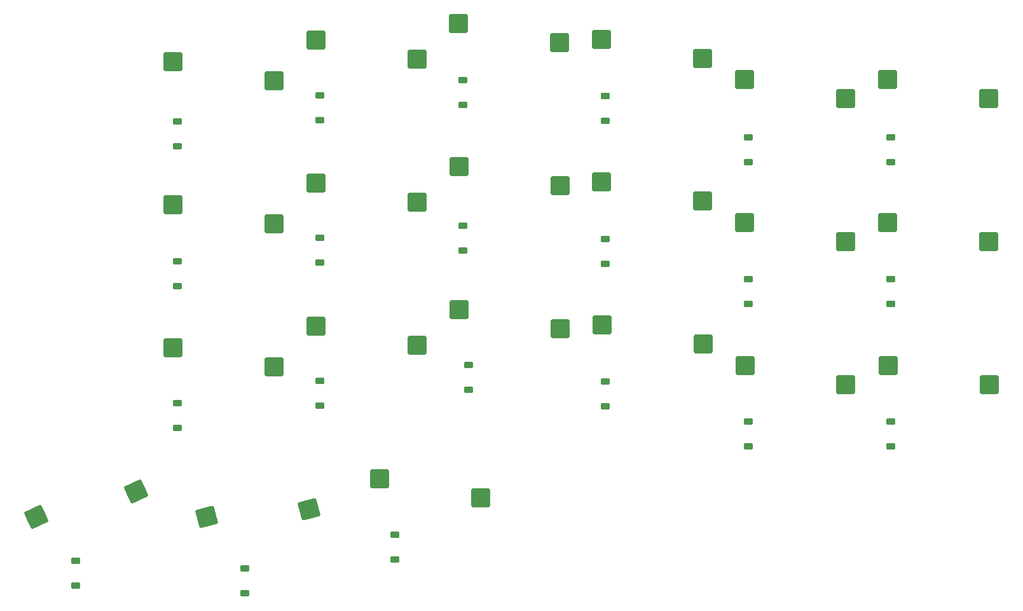
<source format=gtp>
%TF.GenerationSoftware,KiCad,Pcbnew,8.0.1*%
%TF.CreationDate,2024-09-02T22:54:56+02:00*%
%TF.ProjectId,KeyboardTest2,4b657962-6f61-4726-9454-657374322e6b,rev?*%
%TF.SameCoordinates,Original*%
%TF.FileFunction,Paste,Top*%
%TF.FilePolarity,Positive*%
%FSLAX46Y46*%
G04 Gerber Fmt 4.6, Leading zero omitted, Abs format (unit mm)*
G04 Created by KiCad (PCBNEW 8.0.1) date 2024-09-02 22:54:56*
%MOMM*%
%LPD*%
G01*
G04 APERTURE LIST*
G04 Aperture macros list*
%AMRoundRect*
0 Rectangle with rounded corners*
0 $1 Rounding radius*
0 $2 $3 $4 $5 $6 $7 $8 $9 X,Y pos of 4 corners*
0 Add a 4 corners polygon primitive as box body*
4,1,4,$2,$3,$4,$5,$6,$7,$8,$9,$2,$3,0*
0 Add four circle primitives for the rounded corners*
1,1,$1+$1,$2,$3*
1,1,$1+$1,$4,$5*
1,1,$1+$1,$6,$7*
1,1,$1+$1,$8,$9*
0 Add four rect primitives between the rounded corners*
20,1,$1+$1,$2,$3,$4,$5,0*
20,1,$1+$1,$4,$5,$6,$7,0*
20,1,$1+$1,$6,$7,$8,$9,0*
20,1,$1+$1,$8,$9,$2,$3,0*%
G04 Aperture macros list end*
%ADD10RoundRect,0.250000X-1.025000X-1.000000X1.025000X-1.000000X1.025000X1.000000X-1.025000X1.000000X0*%
%ADD11RoundRect,0.225000X0.375000X-0.225000X0.375000X0.225000X-0.375000X0.225000X-0.375000X-0.225000X0*%
%ADD12RoundRect,0.250000X-0.731255X-1.231215X1.248893X-0.700636X0.731255X1.231215X-1.248893X0.700636X0*%
%ADD13RoundRect,0.250000X-0.506347X-1.339492X1.351584X-0.473124X0.506347X1.339492X-1.351584X0.473124X0*%
G04 APERTURE END LIST*
D10*
%TO.C,MX15*%
X81499379Y-62411573D03*
X94949379Y-64951573D03*
%TD*%
%TO.C,MX13*%
X43414076Y-67526322D03*
X56864076Y-70066322D03*
%TD*%
%TO.C,MX17*%
X119573800Y-69860431D03*
X133023800Y-72400431D03*
%TD*%
%TO.C,MX14*%
X62468986Y-64642406D03*
X75918986Y-67182406D03*
%TD*%
D11*
%TO.C,D12*%
X139000000Y-58350000D03*
X139000000Y-61650000D03*
%TD*%
D10*
%TO.C,MX10*%
X100490000Y-45420000D03*
X113940000Y-47960000D03*
%TD*%
%TO.C,MX2*%
X62450000Y-26500000D03*
X75900000Y-29040000D03*
%TD*%
%TO.C,MX11*%
X119553053Y-50802512D03*
X133003053Y-53342512D03*
%TD*%
D11*
%TO.C,D1*%
X44000000Y-37350000D03*
X44000000Y-40650000D03*
%TD*%
%TO.C,D2*%
X63000000Y-33850000D03*
X63000000Y-37150000D03*
%TD*%
D10*
%TO.C,MX16*%
X100550425Y-64445279D03*
X114000425Y-66985279D03*
%TD*%
D11*
%TO.C,D20*%
X53000000Y-96850000D03*
X53000000Y-100150000D03*
%TD*%
%TO.C,D16*%
X101000000Y-72000000D03*
X101000000Y-75300000D03*
%TD*%
D10*
%TO.C,MX18*%
X138654753Y-69860431D03*
X152104753Y-72400431D03*
%TD*%
D11*
%TO.C,D7*%
X44000000Y-56000000D03*
X44000000Y-59300000D03*
%TD*%
D10*
%TO.C,MX3*%
X81469586Y-24308311D03*
X94919586Y-26848311D03*
%TD*%
%TO.C,MX5*%
X119528458Y-31764863D03*
X132978458Y-34304863D03*
%TD*%
D11*
%TO.C,D10*%
X101000000Y-53000000D03*
X101000000Y-56300000D03*
%TD*%
%TO.C,D14*%
X63000000Y-71850000D03*
X63000000Y-75150000D03*
%TD*%
D10*
%TO.C,MX9*%
X81488105Y-43378827D03*
X94938105Y-45918827D03*
%TD*%
%TO.C,MX21*%
X70910000Y-84920000D03*
X84360000Y-87460000D03*
%TD*%
%TO.C,MX4*%
X100507320Y-26381522D03*
X113957320Y-28921522D03*
%TD*%
%TO.C,MX1*%
X43410000Y-29420000D03*
X56860000Y-31960000D03*
%TD*%
%TO.C,MX6*%
X138549597Y-31794771D03*
X151999597Y-34334771D03*
%TD*%
D11*
%TO.C,D3*%
X82000000Y-31850000D03*
X82000000Y-35150000D03*
%TD*%
D10*
%TO.C,MX12*%
X138604099Y-50802512D03*
X152054099Y-53342512D03*
%TD*%
D11*
%TO.C,D21*%
X73000000Y-92350000D03*
X73000000Y-95650000D03*
%TD*%
D10*
%TO.C,MX7*%
X43416488Y-48476107D03*
X56866488Y-51016107D03*
%TD*%
D12*
%TO.C,MX20*%
X47895808Y-89984106D03*
X61544911Y-88956441D03*
%TD*%
D11*
%TO.C,D4*%
X101000000Y-34000000D03*
X101000000Y-37300000D03*
%TD*%
%TO.C,D18*%
X139000000Y-77350000D03*
X139000000Y-80650000D03*
%TD*%
%TO.C,D19*%
X30500000Y-95850000D03*
X30500000Y-99150000D03*
%TD*%
%TO.C,D13*%
X44000000Y-74850000D03*
X44000000Y-78150000D03*
%TD*%
%TO.C,D15*%
X82782089Y-69759564D03*
X82782089Y-73059564D03*
%TD*%
D13*
%TO.C,MX19*%
X25229641Y-89969702D03*
X38492931Y-86587508D03*
%TD*%
D11*
%TO.C,D17*%
X120000000Y-77350000D03*
X120000000Y-80650000D03*
%TD*%
%TO.C,D9*%
X82000000Y-51200000D03*
X82000000Y-54500000D03*
%TD*%
%TO.C,D5*%
X120000000Y-39500000D03*
X120000000Y-42800000D03*
%TD*%
%TO.C,D8*%
X63000000Y-52850000D03*
X63000000Y-56150000D03*
%TD*%
D10*
%TO.C,MX8*%
X62472349Y-45541895D03*
X75922349Y-48081895D03*
%TD*%
D11*
%TO.C,D11*%
X120000000Y-58350000D03*
X120000000Y-61650000D03*
%TD*%
%TO.C,D6*%
X139000000Y-39500000D03*
X139000000Y-42800000D03*
%TD*%
M02*

</source>
